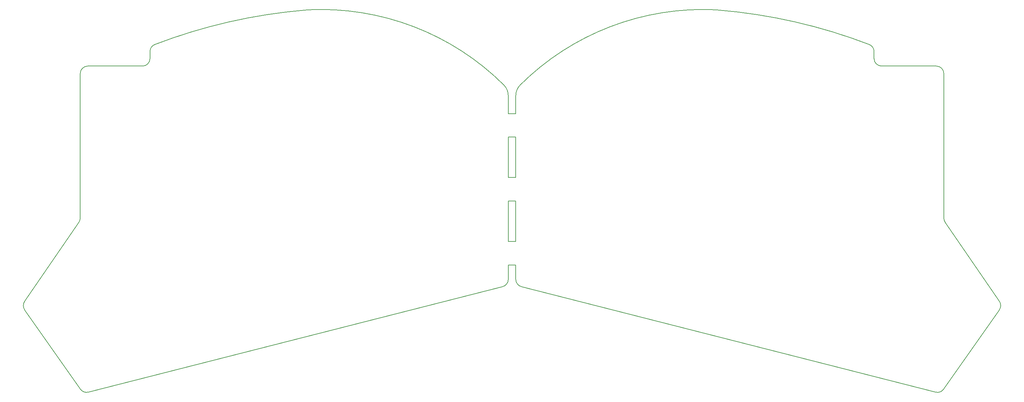
<source format=gbr>
%TF.GenerationSoftware,KiCad,Pcbnew,(6.0.4)*%
%TF.CreationDate,2022-07-04T17:43:03-04:00*%
%TF.ProjectId,glitch,676c6974-6368-42e6-9b69-6361645f7063,v1.0.0*%
%TF.SameCoordinates,Original*%
%TF.FileFunction,Profile,NP*%
%FSLAX46Y46*%
G04 Gerber Fmt 4.6, Leading zero omitted, Abs format (unit mm)*
G04 Created by KiCad (PCBNEW (6.0.4)) date 2022-07-04 17:43:03*
%MOMM*%
%LPD*%
G01*
G04 APERTURE LIST*
%TA.AperFunction,Profile*%
%ADD10C,0.150000*%
%TD*%
G04 APERTURE END LIST*
D10*
X101824322Y-36917892D02*
X-7994679Y-8884265D01*
X-9500000Y-6946407D02*
X-9500000Y-3125000D01*
X-9500000Y37125000D02*
X-9500000Y41894563D01*
X-9500000Y20125000D02*
X-9500000Y30875000D01*
X-9500000Y3125000D02*
X-9500000Y13875000D01*
X85500000Y52963647D02*
X85500000Y51750000D01*
X87500000Y49750000D02*
X102000000Y49750000D01*
X104000000Y47750000D02*
X104000000Y9368862D01*
X104349524Y8239292D02*
X118729122Y-12771506D01*
X118716951Y-15048230D02*
X103957306Y-36127187D01*
X-122824322Y-36917892D02*
X-13005321Y-8884265D01*
X-11500000Y-6946407D02*
X-11500000Y-3125000D01*
X-11500000Y37125000D02*
X-11500000Y41894563D01*
X-11500000Y20125000D02*
X-11500000Y30875000D01*
X-11500000Y3125000D02*
X-11500000Y13875000D01*
X-106500000Y53000000D02*
X-106500000Y51750000D01*
X-108500000Y49750000D02*
X-123000000Y49750000D01*
X-125000000Y47750000D02*
X-125000000Y9368862D01*
X-125349524Y8239292D02*
X-139729122Y-12771506D01*
X-139716951Y-15048230D02*
X-124957306Y-36127187D01*
X-9500000Y-6946407D02*
G75*
G03*
X-7994679Y-8884265I2000000J0D01*
G01*
X85500000Y52963647D02*
G75*
G03*
X85500000Y52964279I-2000000J0D01*
G01*
X85500000Y51750000D02*
G75*
G03*
X87500000Y49750000I2000000J0D01*
G01*
X104000000Y47750000D02*
G75*
G03*
X102000000Y49750000I-2000000J0D01*
G01*
X104000000Y9368862D02*
G75*
G03*
X104349524Y8239291I2000000J0D01*
G01*
X118716951Y-15048230D02*
G75*
G03*
X118729123Y-12771507I-1638304J1147153D01*
G01*
X101824322Y-36917893D02*
G75*
G03*
X103957306Y-36127188I494680J1937859D01*
G01*
X-13005321Y-8884265D02*
G75*
G03*
X-11500000Y-6946407I-494679J1937858D01*
G01*
X-108500000Y49750000D02*
G75*
G03*
X-106500000Y51750000I0J2000000D01*
G01*
X-123000000Y49750000D02*
G75*
G03*
X-125000000Y47750000I0J-2000000D01*
G01*
X-125349524Y8239292D02*
G75*
G03*
X-125000000Y9368863I-1650476J1129570D01*
G01*
X-139729122Y-12771506D02*
G75*
G03*
X-139716951Y-15048229I1650475J-1129571D01*
G01*
X-124957306Y-36127187D02*
G75*
G03*
X-122824323Y-36917892I1638304J1147153D01*
G01*
X-11500000Y30875000D02*
X-9500000Y30875000D01*
X-11500000Y37125000D02*
X-9500000Y37125000D01*
X-11500000Y13875000D02*
X-9500000Y13875000D01*
X-11500000Y20125000D02*
X-9500000Y20125000D01*
X-11500000Y-3125000D02*
X-9500000Y-3125000D01*
X-11500000Y3125000D02*
X-9500000Y3125000D01*
X43704019Y64705581D02*
G75*
G03*
X-8325347Y44726067I-3504019J-68610581D01*
G01*
X-12674652Y44726066D02*
G75*
G03*
X-64704018Y64705581I-48525348J-48631066D01*
G01*
X-8325348Y44726066D02*
G75*
G03*
X-9500000Y41894563I2825348J-2831503D01*
G01*
X44306460Y64628646D02*
G75*
G03*
X43704018Y64705581I-806460J-3917859D01*
G01*
X-64704019Y64705582D02*
G75*
G03*
X-65306461Y64628647I204019J-3994795D01*
G01*
X-11500000Y41894563D02*
G75*
G03*
X-12674652Y44726066I-4000000J0D01*
G01*
X84219335Y55482251D02*
G75*
G03*
X44306460Y64628647I-51799335J-134382251D01*
G01*
X-65306460Y64628647D02*
G75*
G03*
X-105219335Y55482251I11886460J-143528647D01*
G01*
X85500000Y53616090D02*
X85500000Y52964279D01*
X-106500000Y53000000D02*
X-106500000Y53616090D01*
X-105219335Y55482251D02*
G75*
G03*
X-106500000Y53616090I719335J-1866161D01*
G01*
X85500000Y53616090D02*
G75*
G03*
X84219335Y55482251I-2000000J0D01*
G01*
M02*

</source>
